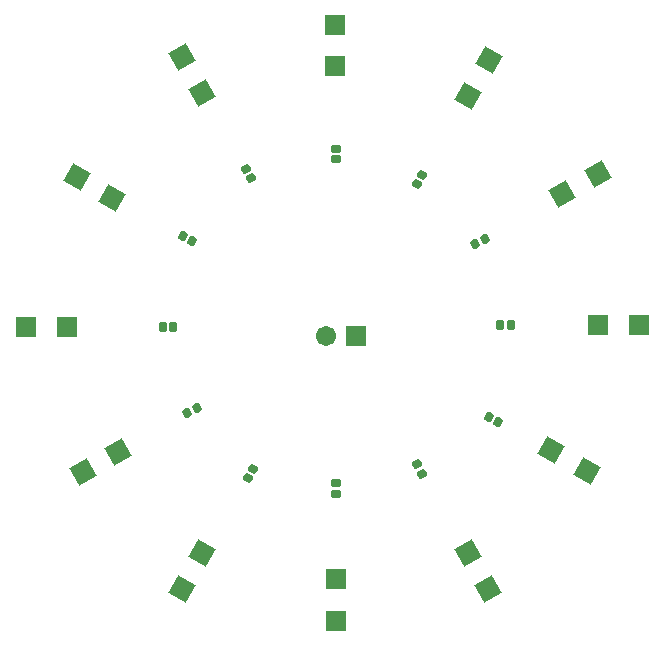
<source format=gts>
%FSTAX23Y23*%
%MOIN*%
%SFA1B1*%

%IPPOS*%
%AMD25*
4,1,4,-0.012300,-0.045800,0.045800,-0.012300,0.012300,0.045800,-0.045800,0.012300,-0.012300,-0.045800,0.0*
%
%AMD27*
4,1,8,-0.017500,-0.001200,-0.009800,-0.014600,-0.001800,-0.016700,0.015400,-0.006800,0.017500,0.001200,0.009800,0.014600,0.001800,0.016700,-0.015400,0.006800,-0.017500,-0.001200,0.0*
1,1,0.011860,-0.012400,0.001700*
1,1,0.011860,-0.004700,-0.011600*
1,1,0.011860,0.012400,-0.001700*
1,1,0.011860,0.004700,0.011600*
%
%AMD28*
4,1,8,-0.015800,0.007700,-0.015800,-0.007700,-0.009900,-0.013600,0.009900,-0.013600,0.015800,-0.007700,0.015800,0.007700,0.009900,0.013600,-0.009900,0.013600,-0.015800,0.007700,0.0*
1,1,0.011860,-0.009900,0.007700*
1,1,0.011860,-0.009900,-0.007700*
1,1,0.011860,0.009900,-0.007700*
1,1,0.011860,0.009900,0.007700*
%
%AMD29*
4,1,4,-0.045800,-0.012300,0.012300,-0.045800,0.045800,0.012300,-0.012300,0.045800,-0.045800,-0.012300,0.0*
%
%AMD30*
4,1,4,0.012300,-0.045800,0.045800,0.012300,-0.012300,0.045800,-0.045800,-0.012300,0.012300,-0.045800,0.0*
%
%AMD31*
4,1,8,-0.009800,0.014600,-0.017500,0.001200,-0.015400,-0.006800,0.001800,-0.016700,0.009800,-0.014600,0.017500,-0.001200,0.015400,0.006800,-0.001800,0.016700,-0.009800,0.014600,0.0*
1,1,0.011860,-0.004700,0.011600*
1,1,0.011860,-0.012400,-0.001700*
1,1,0.011860,0.004700,-0.011600*
1,1,0.011860,0.012400,0.001700*
%
%AMD32*
4,1,8,-0.014600,-0.009800,-0.001200,-0.017500,0.006800,-0.015400,0.016700,0.001800,0.014600,0.009800,0.001200,0.017500,-0.006800,0.015400,-0.016700,-0.001800,-0.014600,-0.009800,0.0*
1,1,0.011860,-0.011600,-0.004700*
1,1,0.011860,0.001700,-0.012400*
1,1,0.011860,0.011600,0.004700*
1,1,0.011860,-0.001700,0.012400*
%
%AMD34*
4,1,4,-0.045800,0.012300,-0.012300,-0.045800,0.045800,-0.012300,0.012300,0.045800,-0.045800,0.012300,0.0*
%
%AMD35*
4,1,8,-0.007700,-0.015800,0.007700,-0.015800,0.013600,-0.009900,0.013600,0.009900,0.007700,0.015800,-0.007700,0.015800,-0.013600,0.009900,-0.013600,-0.009900,-0.007700,-0.015800,0.0*
1,1,0.011860,-0.007700,-0.009900*
1,1,0.011860,0.007700,-0.009900*
1,1,0.011860,0.007700,0.009900*
1,1,0.011860,-0.007700,0.009900*
%
%AMD36*
4,1,8,-0.001200,0.017500,-0.014600,0.009800,-0.016700,0.001800,-0.006800,-0.015400,0.001200,-0.017500,0.014600,-0.009800,0.016700,-0.001800,0.006800,0.015400,-0.001200,0.017500,0.0*
1,1,0.011860,0.001700,0.012400*
1,1,0.011860,-0.011600,0.004700*
1,1,0.011860,-0.001700,-0.012400*
1,1,0.011860,0.011600,-0.004700*
%
G04~CAMADD=25~10~0.0~670.5~0.0~0.0~0.0~0.0~0~0.0~0.0~0.0~0.0~0~0.0~0.0~0.0~0.0~0~0.0~0.0~0.0~210.0~670.5~0.0*
%ADD25D25*%
%ADD26R,0.067060X0.067060*%
G04~CAMADD=27~8~0.0~0.0~272.9~316.2~59.3~0.0~15~0.0~0.0~0.0~0.0~0~0.0~0.0~0.0~0.0~0~0.0~0.0~0.0~120.0~368.0~351.0*
%ADD27D27*%
G04~CAMADD=28~8~0.0~0.0~272.9~316.2~59.3~0.0~15~0.0~0.0~0.0~0.0~0~0.0~0.0~0.0~0.0~0~0.0~0.0~0.0~90.0~316.0~272.0*
%ADD28D28*%
G04~CAMADD=29~10~0.0~670.5~0.0~0.0~0.0~0.0~0~0.0~0.0~0.0~0.0~0~0.0~0.0~0.0~0.0~0~0.0~0.0~0.0~150.0~670.5~0.0*
%ADD29D29*%
G04~CAMADD=30~10~0.0~670.5~0.0~0.0~0.0~0.0~0~0.0~0.0~0.0~0.0~0~0.0~0.0~0.0~0.0~0~0.0~0.0~0.0~240.0~670.5~0.0*
%ADD30D30*%
G04~CAMADD=31~8~0.0~0.0~272.9~316.2~59.3~0.0~15~0.0~0.0~0.0~0.0~0~0.0~0.0~0.0~0.0~0~0.0~0.0~0.0~60.0~368.0~351.0*
%ADD31D31*%
G04~CAMADD=32~8~0.0~0.0~272.9~316.2~59.3~0.0~15~0.0~0.0~0.0~0.0~0~0.0~0.0~0.0~0.0~0~0.0~0.0~0.0~150.0~352.0~367.0*
%ADD32D32*%
%ADD33R,0.067060X0.067060*%
G04~CAMADD=34~10~0.0~670.5~0.0~0.0~0.0~0.0~0~0.0~0.0~0.0~0.0~0~0.0~0.0~0.0~0.0~0~0.0~0.0~0.0~120.0~670.5~0.0*
%ADD34D34*%
G04~CAMADD=35~8~0.0~0.0~272.9~316.2~59.3~0.0~15~0.0~0.0~0.0~0.0~0~0.0~0.0~0.0~0.0~0~0.0~0.0~0.0~180.0~272.0~316.0*
%ADD35D35*%
G04~CAMADD=36~8~0.0~0.0~272.9~316.2~59.3~0.0~15~0.0~0.0~0.0~0.0~0~0.0~0.0~0.0~0.0~0~0.0~0.0~0.0~30.0~352.0~367.0*
%ADD36D36*%
%ADD37C,0.067060*%
%LNnatal-1*%
%LPD*%
G54D25*
X02529Y0348D03*
X0246Y03599D03*
X03415Y01945D03*
X03483Y01825D03*
G54D26*
X0297Y03567D03*
Y03705D03*
X02975Y01857D03*
Y0172D03*
G54D27*
X02693Y03194D03*
X02676Y03225D03*
X03246Y02241D03*
X03263Y0221D03*
G54D28*
X02975Y03257D03*
Y03292D03*
Y02142D03*
Y02177D03*
G54D29*
X03416Y0347D03*
X03485Y0359D03*
X02529Y01944D03*
X0246Y01825D03*
G54D30*
X02229Y0313D03*
X0211Y03199D03*
X0369Y02288D03*
X0381Y0222D03*
G54D31*
X03246Y03174D03*
X03263Y03205D03*
X02698Y02225D03*
X02681Y02194D03*
G54D32*
X02495Y02986D03*
X02464Y03003D03*
X03484Y02398D03*
X03515Y02381D03*
G54D33*
X02078Y027D03*
X01941D03*
X03847Y02705D03*
X03985D03*
X0304Y0267D03*
G54D34*
X03727Y03141D03*
X03847Y0321D03*
X02249Y02283D03*
X0213Y02215D03*
G54D35*
X02432Y027D03*
X02397D03*
X03522Y02705D03*
X03557D03*
G54D36*
X03439Y02976D03*
X0347Y02993D03*
X0251Y02428D03*
X02479Y02411D03*
G54D37*
X0294Y0267D03*
M02*
</source>
